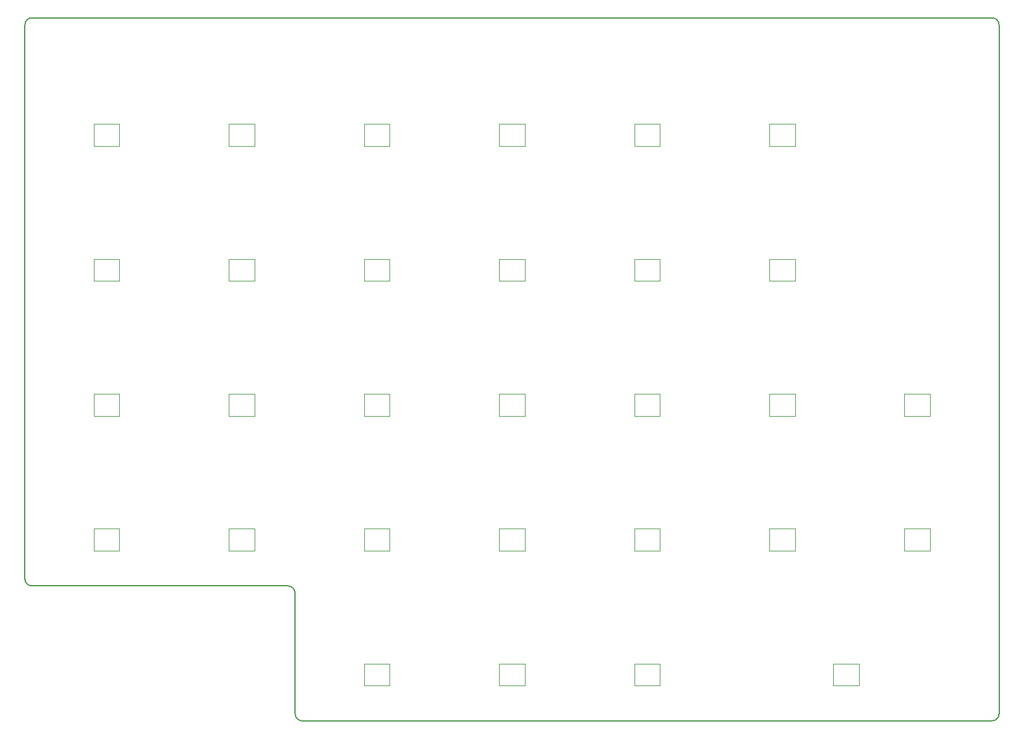
<source format=gbr>
%TF.GenerationSoftware,KiCad,Pcbnew,8.0.8*%
%TF.CreationDate,2025-01-31T06:20:13-05:00*%
%TF.ProjectId,nitsud,6e697473-7564-42e6-9b69-6361645f7063,v1.0.0*%
%TF.SameCoordinates,Original*%
%TF.FileFunction,Profile,NP*%
%FSLAX46Y46*%
G04 Gerber Fmt 4.6, Leading zero omitted, Abs format (unit mm)*
G04 Created by KiCad (PCBNEW 8.0.8) date 2025-01-31 06:20:13*
%MOMM*%
%LPD*%
G01*
G04 APERTURE LIST*
%TA.AperFunction,Profile*%
%ADD10C,0.150000*%
%TD*%
%TA.AperFunction,Profile*%
%ADD11C,0.120000*%
%TD*%
G04 APERTURE END LIST*
D10*
X139500000Y-161500000D02*
G75*
G02*
X138500000Y-160500000I0J1000000D01*
G01*
X177500000Y-180500000D02*
X274504836Y-180500000D01*
X138500000Y-82500000D02*
G75*
G02*
X139500000Y-81500000I1000000J0D01*
G01*
X275504836Y-179499836D02*
G75*
G02*
X274504836Y-180500036I-1000036J-164D01*
G01*
X274500296Y-81500000D02*
X139500000Y-81500000D01*
X274500296Y-81500000D02*
G75*
G02*
X275500300Y-82500004I4J-1000000D01*
G01*
X275504836Y-179499836D02*
X275500296Y-82500004D01*
X138500000Y-82500000D02*
X138500000Y-160500000D01*
X176500000Y-162500000D02*
X176500000Y-179500000D01*
X177500000Y-180500000D02*
G75*
G02*
X176500000Y-179500000I0J1000000D01*
G01*
X175500000Y-161500000D02*
G75*
G02*
X176500000Y-162500000I0J-1000000D01*
G01*
X139500000Y-161500000D02*
X175500000Y-161500000D01*
%TO.C,LED27*%
D11*
X186200000Y-172450000D02*
X189800000Y-172450000D01*
X189800000Y-175550000D01*
X186200000Y-175550000D01*
X186200000Y-172450000D01*
%TO.C,LED15*%
X205200000Y-115450000D02*
X208800000Y-115450000D01*
X208800000Y-118550000D01*
X205200000Y-118550000D01*
X205200000Y-115450000D01*
%TO.C,LED26*%
X262200000Y-134450000D02*
X265800000Y-134450000D01*
X265800000Y-137550000D01*
X262200000Y-137550000D01*
X262200000Y-134450000D01*
%TO.C,LED16*%
X205200000Y-96450000D02*
X208800000Y-96450000D01*
X208800000Y-99550000D01*
X205200000Y-99550000D01*
X205200000Y-96450000D01*
%TO.C,LED10*%
X186200000Y-134450000D02*
X189800000Y-134450000D01*
X189800000Y-137550000D01*
X186200000Y-137550000D01*
X186200000Y-134450000D01*
%TO.C,LED20*%
X224200000Y-96450000D02*
X227800000Y-96450000D01*
X227800000Y-99550000D01*
X224200000Y-99550000D01*
X224200000Y-96450000D01*
%TO.C,LED2*%
X148200000Y-134450000D02*
X151800000Y-134450000D01*
X151800000Y-137550000D01*
X148200000Y-137550000D01*
X148200000Y-134450000D01*
%TO.C,LED13*%
X205200000Y-153450000D02*
X208800000Y-153450000D01*
X208800000Y-156550000D01*
X205200000Y-156550000D01*
X205200000Y-153450000D01*
%TO.C,LED6*%
X167200000Y-134450000D02*
X170800000Y-134450000D01*
X170800000Y-137550000D01*
X167200000Y-137550000D01*
X167200000Y-134450000D01*
%TO.C,LED18*%
X224200000Y-134450000D02*
X227800000Y-134450000D01*
X227800000Y-137550000D01*
X224200000Y-137550000D01*
X224200000Y-134450000D01*
%TO.C,LED5*%
X167200000Y-153450000D02*
X170800000Y-153450000D01*
X170800000Y-156550000D01*
X167200000Y-156550000D01*
X167200000Y-153450000D01*
%TO.C,LED21*%
X243200000Y-153450000D02*
X246800000Y-153450000D01*
X246800000Y-156550000D01*
X243200000Y-156550000D01*
X243200000Y-153450000D01*
%TO.C,LED3*%
X148200000Y-115450000D02*
X151800000Y-115450000D01*
X151800000Y-118550000D01*
X148200000Y-118550000D01*
X148200000Y-115450000D01*
%TO.C,LED24*%
X243200000Y-96450000D02*
X246800000Y-96450000D01*
X246800000Y-99550000D01*
X243200000Y-99550000D01*
X243200000Y-96450000D01*
%TO.C,LED1*%
X148200000Y-153450000D02*
X151800000Y-153450000D01*
X151800000Y-156550000D01*
X148200000Y-156550000D01*
X148200000Y-153450000D01*
%TO.C,LED4*%
X148200000Y-96450000D02*
X151800000Y-96450000D01*
X151800000Y-99550000D01*
X148200000Y-99550000D01*
X148200000Y-96450000D01*
%TO.C,LED29*%
X224200000Y-172450000D02*
X227800000Y-172450000D01*
X227800000Y-175550000D01*
X224200000Y-175550000D01*
X224200000Y-172450000D01*
%TO.C,LED25*%
X262200000Y-153450000D02*
X265800000Y-153450000D01*
X265800000Y-156550000D01*
X262200000Y-156550000D01*
X262200000Y-153450000D01*
%TO.C,LED8*%
X167200000Y-96450000D02*
X170800000Y-96450000D01*
X170800000Y-99550000D01*
X167200000Y-99550000D01*
X167200000Y-96450000D01*
%TO.C,LED22*%
X243200000Y-134450000D02*
X246800000Y-134450000D01*
X246800000Y-137550000D01*
X243200000Y-137550000D01*
X243200000Y-134450000D01*
%TO.C,LED14*%
X205200000Y-134450000D02*
X208800000Y-134450000D01*
X208800000Y-137550000D01*
X205200000Y-137550000D01*
X205200000Y-134450000D01*
%TO.C,LED23*%
X243200000Y-115450000D02*
X246800000Y-115450000D01*
X246800000Y-118550000D01*
X243200000Y-118550000D01*
X243200000Y-115450000D01*
%TO.C,LED28*%
X205200000Y-172450000D02*
X208800000Y-172450000D01*
X208800000Y-175550000D01*
X205200000Y-175550000D01*
X205200000Y-172450000D01*
%TO.C,LED30*%
X252200000Y-172450000D02*
X255800000Y-172450000D01*
X255800000Y-175550000D01*
X252200000Y-175550000D01*
X252200000Y-172450000D01*
%TO.C,LED17*%
X224200000Y-153450000D02*
X227800000Y-153450000D01*
X227800000Y-156550000D01*
X224200000Y-156550000D01*
X224200000Y-153450000D01*
%TO.C,LED19*%
X224200000Y-115450000D02*
X227800000Y-115450000D01*
X227800000Y-118550000D01*
X224200000Y-118550000D01*
X224200000Y-115450000D01*
%TO.C,LED9*%
X186200000Y-153450000D02*
X189800000Y-153450000D01*
X189800000Y-156550000D01*
X186200000Y-156550000D01*
X186200000Y-153450000D01*
%TO.C,LED12*%
X186200000Y-96450000D02*
X189800000Y-96450000D01*
X189800000Y-99550000D01*
X186200000Y-99550000D01*
X186200000Y-96450000D01*
%TO.C,LED7*%
X167200000Y-115450000D02*
X170800000Y-115450000D01*
X170800000Y-118550000D01*
X167200000Y-118550000D01*
X167200000Y-115450000D01*
%TO.C,LED11*%
X186200000Y-115450000D02*
X189800000Y-115450000D01*
X189800000Y-118550000D01*
X186200000Y-118550000D01*
X186200000Y-115450000D01*
%TD*%
M02*

</source>
